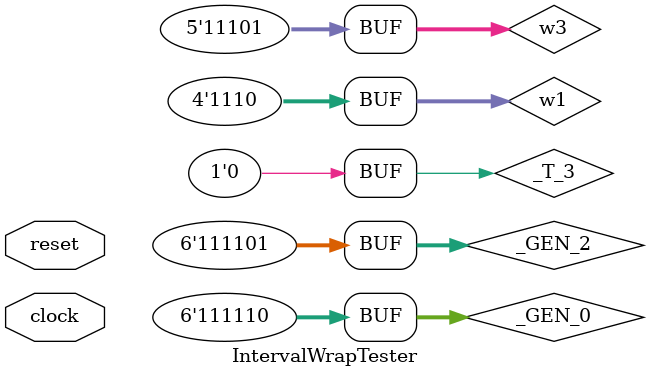
<source format=v>
module IntervalWrapTester(
  input   clock,
  input   reset
);
  wire [5:0] _GEN_0 = 5'sh6 - 5'sh8; // @[IntervalSpec.scala 313:{21,21}]
  wire [3:0] w1 = _GEN_0[3:0]; // @[IntervalSpec.scala 313:{21,21}]
  wire [5:0] _GEN_2 = 5'sh6 - 5'sh9; // @[IntervalSpec.scala 315:{21,21}]
  wire [4:0] w3 = _GEN_2[4:0]; // @[IntervalSpec.scala 315:{21,21}]
  wire  _T_2 = ~reset; // @[IntervalSpec.scala 321:9]
  wire  _T_3 = ~($signed(w1) == -4'sh2); // @[IntervalSpec.scala 321:9]
  always @(posedge clock) begin
    `ifndef SYNTHESIS
    `ifdef STOP_COND
      if (`STOP_COND) begin
    `endif
        if (~reset & ~($signed(w1) == -4'sh2)) begin
          $fatal; // @[IntervalSpec.scala 321:9]
        end
    `ifdef STOP_COND
      end
    `endif
    `endif // SYNTHESIS
    `ifndef SYNTHESIS
    `ifdef PRINTF_COND
      if (`PRINTF_COND) begin
    `endif
        if (~reset & ~($signed(w1) == -4'sh2)) begin
          $fwrite(32'h80000002,"Assertion failed\n    at IntervalSpec.scala:321 assert(w1 === (-2).I)\n"); // @[IntervalSpec.scala 321:9]
        end
    `ifdef PRINTF_COND
      end
    `endif
    `endif // SYNTHESIS
    `ifndef SYNTHESIS
    `ifdef STOP_COND
      if (`STOP_COND) begin
    `endif
        if (_T_2 & ~($signed(w3) == -5'sh3)) begin
          $fatal; // @[IntervalSpec.scala 323:9]
        end
    `ifdef STOP_COND
      end
    `endif
    `endif // SYNTHESIS
    `ifndef SYNTHESIS
    `ifdef PRINTF_COND
      if (`PRINTF_COND) begin
    `endif
        if (_T_2 & ~($signed(w3) == -5'sh3)) begin
          $fwrite(32'h80000002,"Assertion failed\n    at IntervalSpec.scala:323 assert(w3 === (-3).I)\n"); // @[IntervalSpec.scala 323:9]
        end
    `ifdef PRINTF_COND
      end
    `endif
    `endif // SYNTHESIS
    `ifndef SYNTHESIS
    `ifdef STOP_COND
      if (`STOP_COND) begin
    `endif
        if (_T_2 & _T_3) begin
          $fatal; // @[IntervalSpec.scala 325:9]
        end
    `ifdef STOP_COND
      end
    `endif
    `endif // SYNTHESIS
    `ifndef SYNTHESIS
    `ifdef PRINTF_COND
      if (`PRINTF_COND) begin
    `endif
        if (_T_2 & _T_3) begin
          $fwrite(32'h80000002,"Assertion failed\n    at IntervalSpec.scala:325 assert(w7 === (-2).I)\n"); // @[IntervalSpec.scala 325:9]
        end
    `ifdef PRINTF_COND
      end
    `endif
    `endif // SYNTHESIS
    `ifndef SYNTHESIS
    `ifdef STOP_COND
      if (`STOP_COND) begin
    `endif
        if (_T_2) begin
          $finish; // @[IntervalSpec.scala 327:7]
        end
    `ifdef STOP_COND
      end
    `endif
    `endif // SYNTHESIS
  end
endmodule

</source>
